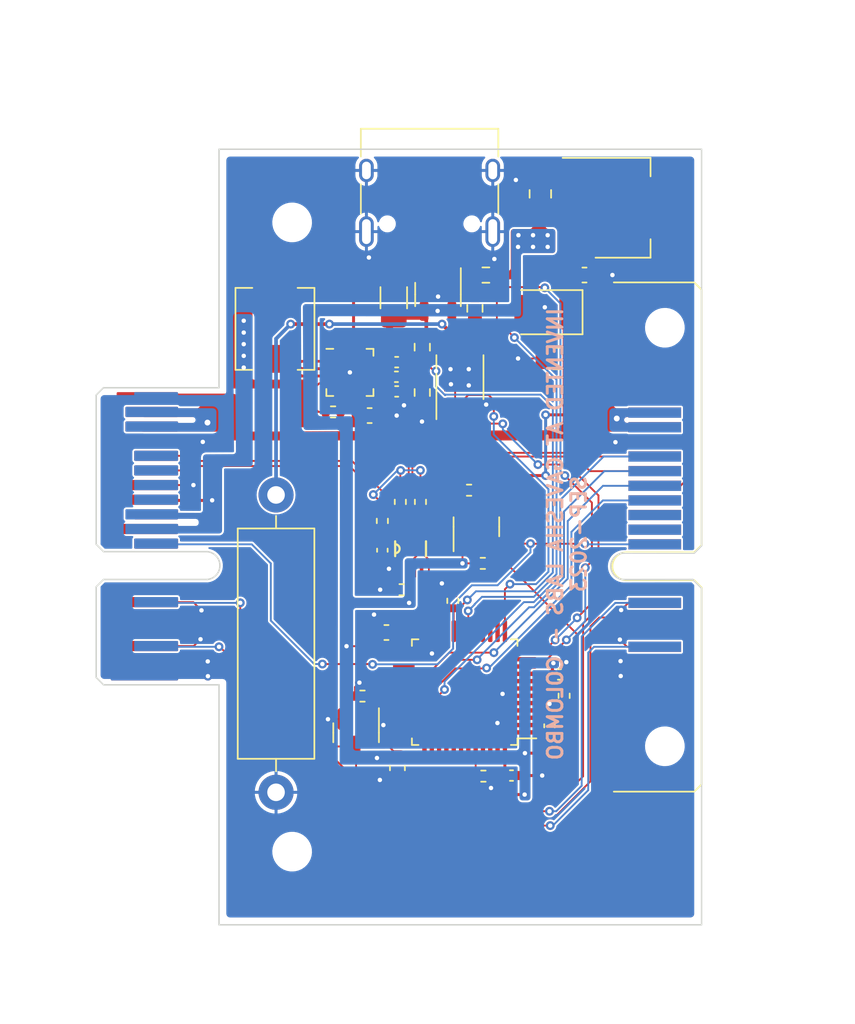
<source format=kicad_pcb>
(kicad_pcb (version 20211014) (generator pcbnew)
  (layers (0 "F.Cu" signal) (31 "B.Cu" signal) (34 "B.Paste" user) (35 "F.Paste" user) (36 "B.SilkS" user "B.Silkscreen") (37 "F.SilkS" user "F.Silkscreen") (38 "B.Mask" user) (39 "F.Mask" user) (44 "Edge.Cuts" user))
  (net 0 "")
  (net 1 "GND")
  (net 2 "+3V3")
  (net 3 "Net-(C6-Pad1)")
  (net 4 "+5V")
  (net 5 "VDC")
  (net 6 "Net-(C14-Pad1)")
  (net 7 "VBUS")
  (net 8 "/SWCLK")
  (net 9 "/STM_RX")
  (net 10 "/STM_TX")
  (net 11 "/SWDIO")
  (net 12 "/Gaveesha Bus/~{GBUS_5V_RESET}")
  (net 13 "/Gaveesha Bus/GBUS_5V_SCLK")
  (net 14 "/Gaveesha Bus/GBUS_5V_MISO")
  (net 15 "/Gaveesha Bus/GBUS_5V_SCL")
  (net 16 "/Gaveesha Bus/GBUS_5V_SDA")
  (net 20 "/Gaveesha Bus/~{GBUS_5V_INT}")
  (net 21 "/Gaveesha Bus/GBUS_5V_MOSI")
  (net 22 "/~{GBUS_INT}")
  (net 23 "/~{RESET}")
  (net 24 "/BOOT1")
  (net 25 "/BOOT0")
  (net 26 "Net-(R9-Pad1)")
  (net 27 "/PANNEL_VOLT")
  (net 28 "/PANNEL_TEMP")
  (net 29 "/Solar Pannel/PANNEL_POSITIVE")
  (net 30 "Net-(R14-Pad1)")
  (net 37 "/PANNEL_VOLT_SWITCH")
  (net 38 "/VOLT_FAULT")
  (net 43 "/PANNEL_CURRENT")
  (net 44 "/GBUS_SCL")
  (net 45 "/GBUS_SDA")
  (net 60 "Net-(C16-Pad1)")
  (net 74 "Net-(L1-Pad1)")
  (footprint "Resistor_SMD:R_0402_1005Metric" (layer "F.Cu") (at 45.8 40.85)
    (fp_text reference "R9" hide)
    (fp_text value "100k")
  )
  (footprint "Package_QFP:LQFP-48_7x7mm_P0.5mm" (layer "F.Cu") (at 54.8 60 180)
    (fp_text reference "U1" hide)
    (fp_text value "STM32F103C8Tx")
  )
  (footprint "Resistor_SMD:R_0402_1005Metric" (layer "F.Cu") (at 61.6 60.25 90)
    (fp_text reference "R1" hide)
    (fp_text value "10k")
  )
  (footprint "Capacitor_SMD:C_0603_1608Metric" (layer "F.Cu") (at 48.3 41.1)
    (fp_text reference "C15" hide)
    (fp_text value "22uF")
  )
  (footprint "Resistor_SMD:R_0402_1005Metric" (layer "F.Cu") (at 56.08 65.74)
    (fp_text reference "R3" hide)
    (fp_text value "10k")
  )
  (footprint "Capacitor_SMD:C_0805_2012Metric" (layer "F.Cu") (at 61.1 37.2 180)
    (fp_text reference "C9" hide)
    (fp_text value "10uF")
  )
  (footprint "MountingHole:MountingHole_2.2mm_M2" (layer "F.Cu") (at 43 70.9)
    (fp_text reference "H2" hide)
    (fp_text value "MountingHole")
  )
  (footprint "Capacitor_SMD:C_0402_1005Metric" (layer "F.Cu") (at 50.15 39.45)
    (fp_text reference "C14" hide)
    (fp_text value "3.3nF")
  )
  (footprint "Package_TO_SOT_SMD:SOT-23-5" (layer "F.Cu") (at 52.975 32.825 -90)
    (fp_text reference "U10" hide)
    (fp_text value "INA180A1")
  )
  (footprint "Capacitor_SMD:C_0603_1608Metric" (layer "F.Cu") (at 62.992 31.496)
    (fp_text reference "C10" hide)
    (fp_text value "0.1uF")
  )
  (footprint "Package_SO:MSOP-8-1EP_3x3mm_P0.65mm_EP1.95x2.15mm" (layer "F.Cu") (at 54.475 38.475 90)
    (fp_text reference "U9" hide)
    (fp_text value "TPS1H000AQDGNRQ1")
  )
  (footprint "Resistor_SMD:R_0402_1005Metric" (layer "F.Cu") (at 55.1 46.2 180)
    (fp_text reference "R16" hide)
    (fp_text value "10k")
  )
  (footprint "Package_DFN_QFN:VQFN-16-1EP_3x3mm_P0.5mm_EP1.68x1.68mm_ThermalVias" (layer "F.Cu") (at 46.95 38.15)
    (fp_text reference "U8" hide)
    (fp_text value "TPS62133")
  )
  (footprint "Resistor_SMD:R_0402_1005Metric" (layer "F.Cu") (at 53.99 53.76 90)
    (fp_text reference "R2" hide)
    (fp_text value "10k")
  )
  (footprint "Resistor_SMD:R_0402_1005Metric" (layer "F.Cu") (at 50.4 47 90)
    (fp_text reference "R7" hide)
    (fp_text value "10k")
  )
  (footprint "Resistor_SMD:R_0603_1608Metric" (layer "F.Cu") (at 55.5 33.775 90)
    (fp_text reference "C16" hide)
    (fp_text value "100nF")
  )
  (footprint "Capacitor_SMD:C_0402_1005Metric" (layer "F.Cu") (at 50.13 38.45 180)
    (fp_text reference "C12" hide)
    (fp_text value "10uF")
  )
  (footprint "Package_TO_SOT_SMD:SOT-23" (layer "F.Cu") (at 47.375 62.775 -90)
    (fp_text reference "Q1" hide)
    (fp_text value "2N7002E")
  )
  (footprint "Capacitor_SMD:C_0603_1608Metric" (layer "F.Cu") (at 49.45 55.925)
    (fp_text reference "C2" hide)
    (fp_text value "100nF")
  )
  (footprint "MountingHole:MountingHole_2.2mm_M2" (layer "F.Cu") (at 43 27.9)
    (fp_text reference "H1" hide)
    (fp_text value "MountingHole")
  )
  (footprint "Gavesha_Labs:GBUS_MALE" (layer "F.Cu") (at 29.6 51.35 -90)
    (fp_text reference "J2" hide)
    (fp_text value "GBUS-MALE")
  )
  (footprint "Capacitor_SMD:C_0402_1005Metric" (layer "F.Cu") (at 58 65.7 180)
    (fp_text reference "C4" hide)
    (fp_text value "10nF")
  )
  (footprint "Capacitor_SMD:C_0402_1005Metric" (layer "F.Cu") (at 60.6 62.3 -90)
    (fp_text reference "C5" hide)
    (fp_text value "1uF")
  )
  (footprint "Resistor_SMD:R_0402_1005Metric" (layer "F.Cu") (at 51.775 47 90)
    (fp_text reference "R8" hide)
    (fp_text value "10k")
  )
  (footprint "Resistor_SMD:R_0402_1005Metric" (layer "F.Cu") (at 47.81 60.27 180)
    (fp_text reference "R5" hide)
    (fp_text value "10k")
  )
  (footprint "Capacitor_SMD:C_0402_1005Metric" (layer "F.Cu") (at 61.28 58.79)
    (fp_text reference "C3" hide)
    (fp_text value "4.7uF")
  )
  (footprint "Texas_Instruments:PCA9306DCUR" (layer "F.Cu") (at 51.1 50.2 90)
    (fp_text reference "U2" hide)
    (fp_text value "PCA9306DCUR" hide)
  )
  (footprint "Resistor_THT:R_Axial_DIN0516_L15.5mm_D5.0mm_P20.32mm_Horizontal" (layer "F.Cu") (at 41.9 46.525 -90)
    (fp_text reference "R14" hide)
    (fp_text value "130R")
  )
  (footprint "Capacitor_Tantalum_SMD:CP_EIA-3528-12_Kemet-T" (layer "F.Cu") (at 60.4 34.036 180)
    (fp_text reference "C8" hide)
    (fp_text value "100uF")
  )
  (footprint "Resistor_SMD:R_0402_1005Metric" (layer "F.Cu") (at 49.17 48.3 90)
    (fp_text reference "R6" hide)
    (fp_text value "200k")
  )
  (footprint "Capacitor_SMD:C_0402_1005Metric" (layer "F.Cu") (at 49.17 50.3 -90)
    (fp_text reference "C6" hide)
    (fp_text value "100nF")
  )
  (footprint "Resistor_SMD:R_0402_1005Metric" (layer "F.Cu") (at 50.49 53)
    (fp_text reference "R4" hide)
    (fp_text value "450k")
  )
  (footprint "Resistor_SMD:R_1206_3216Metric" (layer "F.Cu") (at 49.95 33.05 -90)
    (fp_text reference "R13" hide)
    (fp_text value "50m")
  )
  (footprint "Dongguan UMAX:3126-XXXX" (layer "F.Cu") (at 71 51.4 -90)
    (fp_text reference "J3" hide)
    (fp_text value "3126-10200D")
  )
  (footprint "Resistor_SMD:R_0402_1005Metric" (layer "F.Cu") (at 56.04 51.2 180)
    (fp_text reference "R15" hide)
    (fp_text value "10k")
  )
  (footprint "Resistor_SMD:R_0603_1608Metric" (layer "F.Cu") (at 51.9 39.525 -90)
    (fp_text reference "R11" hide)
    (fp_text value "270k")
  )
  (footprint "Package_TO_SOT_SMD:SOT-23" (layer "F.Cu") (at 55.6 48.7 90)
    (fp_text reference "Q2" hide)
    (fp_text value "2N7002E")
  )
  (footprint "Capacitor_SMD:C_0805_2012Metric" (layer "F.Cu") (at 59.975 25.95 90)
    (fp_text reference "C11" hide)
    (fp_text value "0.1uF")
  )
  (footprint "Resistor_SMD:R_0603_1608Metric" (layer "F.Cu") (at 51.9 36.425 -90)
    (fp_text reference "R10" hide)
    (fp_text value "750k")
  )
  (footprint "Connector_USB:USB_C_Receptacle_HRO_TYPE-C-31-M-12" (layer "F.Cu") (at 52.4 25.4 180)
    (fp_text reference "J4" hide)
    (fp_text value "USB_C_Receptacle_USB2.0")
  )
  (footprint "Capacitor_SMD:C_0402_1005Metric" (layer "F.Cu") (at 50.15 37.45 180)
    (fp_text reference "C13" hide)
    (fp_text value "100nF")
  )
  (footprint "Resistor_SMD:R_0603_1608Metric" (layer "F.Cu") (at 56.25 31.5 180)
    (fp_text reference "R12" hide)
    (fp_text value "10k")
  )
  (footprint "Capacitor_SMD:C_0603_1608Metric" (layer "F.Cu") (at 50.2 65.2 90)
    (fp_text reference "C1" hide)
    (fp_text value "100nF")
  )
  (footprint "Package_TO_SOT_SMD:SOT-223" (layer "F.Cu") (at 65.6 26.9)
    (fp_text reference "U7" hide)
    (fp_text value "AZ1117-3.3")
  )
  (footprint "Inductor_SMD:L_Sunlord_MWSA0518_5.4x5.2mm" (layer "F.Cu") (at 41.825 35.175 90)
    (fp_text reference "L1" hide)
    (fp_text value "2.2uH")
  )
  (gr_line (start 30.1 39.2) (end 38 39.2) (layer "Edge.Cuts") (width 0.1))
  (gr_line (start 29.6 59) (end 29.6 52.8) (layer "Edge.Cuts") (width 0.1))
  (gr_arc (start 65.7 52.305538) (mid 64.794462 51.4) (end 65.7 50.494462) (layer "Edge.Cuts") (width 0.1))
  (gr_line (start 38 75.9) (end 38 59.5) (layer "Edge.Cuts") (width 0.1))
  (gr_line (start 38 22.9) (end 71 22.9) (layer "Edge.Cuts") (width 0.1))
  (gr_line (start 37.2 50.4) (end 30.1 50.4) (layer "Edge.Cuts") (width 0.1))
  (gr_line (start 29.6 49.9) (end 29.6 39.7) (layer "Edge.Cuts") (width 0.1))
  (gr_line (start 38 39.2) (end 38 22.9) (layer "Edge.Cuts") (width 0.1))
  (gr_line (start 70.4 52.3) (end 65.7 52.305538) (layer "Edge.Cuts") (width 0.1))
  (gr_line (start 70.5 52.4) (end 70.4 52.3) (layer "Edge.Cuts") (width 0.1))
  (gr_line (start 71 52.9) (end 71 75.9) (layer "Edge.Cuts") (width 0.1))
  (gr_line (start 30.1 52.3) (end 37.2 52.3) (layer "Edge.Cuts") (width 0.1))
  (gr_line (start 38 59.5) (end 30.1 59.5) (layer "Edge.Cuts") (width 0.1))
  (gr_line (start 71 75.9) (end 38 75.9) (layer "Edge.Cuts") (width 0.1))
  (gr_line (start 65.7 50.494462) (end 70.5 50.5) (layer "Edge.Cuts") (width 0.1))
  (gr_line (start 71 50) (end 71 22.9) (layer "Edge.Cuts") (width 0.1))
  (gr_line (start 70.5 50.5) (end 71 50) (layer "Edge.Cuts") (width 0.1))
  (gr_line (start 29.6 39.7) (end 30.1 39.2) (layer "Edge.Cuts") (width 0.1))
  (gr_arc (start 37.2 50.4) (mid 38.058893 51.35) (end 37.2 52.3) (layer "Edge.Cuts") (width 0.1))
  (gr_line (start 30.1 59.5) (end 29.6 59) (layer "Edge.Cuts") (width 0.1))
  (gr_line (start 29.6 52.8) (end 30.1 52.3) (layer "Edge.Cuts") (width 0.1))
  (gr_line (start 30.1 50.4) (end 29.6 49.9) (layer "Edge.Cuts") (width 0.1))
  (gr_line (start 71 52.9) (end 70.5 52.4) (layer "Edge.Cuts") (width 0.1))
  (gr_text "INVENTED AT GAVESHA LABS - COLOMBO\nSEP-2023" (at 61.8 49.2 90) (layer "B.SilkS") (effects (font (size 1 1) (thickness 0.2)) (justify mirror)))
  (segment (start 65.5 54.39) (end 65.99 53.9) (width 0.127) (layer "F.Cu") (net 1))
  (segment (start 33.9 57.85) (end 33.95 57.9) (width 0.127) (layer "F.Cu") (net 1))
  (segment (start 67.8 42.9) (end 65.13 42.9) (width 0.127) (layer "F.Cu") (net 1))
  (segment (start 51.9 40.35) (end 51.9 41.49) (width 0.127) (layer "F.Cu") (net 1))
  (segment (start 55.65 29.445) (end 55.65 30.36) (width 0.127) (layer "F.Cu") (net 1))
  (segment (start 55.5 32.95) (end 53 32.95) (width 0.127) (layer "F.Cu") (net 1))
  (segment (start 50.63 40.38) (end 50.65 40.4) (width 0.127) (layer "F.Cu") (net 1))
  (segment (start 51.9 41.49) (end 51.88 41.51) (width 0.127) (layer "F.Cu") (net 1))
  (segment (start 62.45 24.6) (end 61.34 24.6) (width 0.2032) (layer "F.Cu") (net 1))
  (segment (start 65.9025 56.9) (end 67.8 56.9) (width 0.127) (layer "F.Cu") (net 1))
  (segment (start 47.3 59.65) (end 47.3 60.27) (width 0.127) (layer "F.Cu") (net 1))
  (segment (start 49.98 52.6) (end 50.349999 52.230001) (width 0.127) (layer "F.Cu") (net 1))
  (segment (start 70.1 43.3) (end 69.61 42.81) (width 0.127) (layer "F.Cu") (net 1))
  (segment (start 57.05 64.1625) (end 57.05 62.12) (width 0.127) (layer "F.Cu") (net 1))
  (segment (start 45.4625 61.8375) (end 45.45 61.85) (width 0.127) (layer "F.Cu") (net 1))
  (segment (start 54.8 37.65) (end 55.08 37.93) (width 0.127) (layer "F.Cu") (net 1))
  (segment (start 61.34 24.6) (end 60.94 25) (width 0.2032) (layer "F.Cu") (net 1))
  (segment (start 67.8 57.9) (end 65.48 57.9) (width 0.2032) (layer "F.Cu") (net 1))
  (segment (start 54.15 39.25) (end 53.86 38.96) (width 0.127) (layer "F.Cu") (net 1))
  (segment (start 65.4125 56.41) (end 65.9025 56.9) (width 0.127) (layer "F.Cu") (net 1))
  (segment (start 49.6216 51.5716) (end 50.349999 51.5716) (width 0.127) (layer "F.Cu") (net 1))
  (segment (start 50.2 65.975) (end 49.025 65.975) (width 0.127) (layer "F.Cu") (net 1))
  (segment (start 47.6 59.35) (end 47.3 59.65) (width 0.127) (layer "F.Cu") (net 1))
  (segment (start 65.48 57.9) (end 65.46 57.88) (width 0.2032) (layer "F.Cu") (net 1))
  (segment (start 54.8 36.325) (end 54.8 37.65) (width 0.127) (layer "F.Cu") (net 1))
  (segment (start 59.1985 33.7) (end 60.28 33.7) (width 0.127) (layer "F.Cu") (net 1))
  (segment (start 60.6 61.82) (end 60.6 60.8) (width 0.2032) (layer "F.Cu") (net 1))
  (segment (start 56.27 40.35) (end 55.995 40.625) (width 0.127) (layer "F.Cu") (net 1))
  (segment (start 61.75 57.95) (end 61.76 57.96) (width 0.127) (layer "F.Cu") (net 1))
  (segment (start 67.8 45.9) (end 69.56 45.9) (width 0.127) (layer "F.Cu") (net 1))
  (segment (start 65.4125 56.41) (end 65.9225 55.9) (width 0.127) (layer "F.Cu") (net 1))
  (segment (start 58.8625 34.036) (end 59.1985 33.7) (width 0.127) (layer "F.Cu") (net 1))
  (segment (start 60.94 25) (end 59.975 25) (width 0.2032) (layer "F.Cu") (net 1))
  (segment (start 55.65 30.36) (end 55.69 30.4) (width 0.127) (layer "F.Cu") (net 1))
  (segment (start 48.675 54.775) (end 48.6 54.7) (width 0.2032) (layer "F.Cu") (net 1))
  (segment (start 36.735 56.385) (end 36.2 55.85) (width 0.2032) (layer "F.Cu") (net 1))
  (segment (start 55.69 30.4) (end 56.83 30.4) (width 0.127) (layer "F.Cu") (net 1))
  (segment (start 48.25 30.3) (end 49.105 29.445) (width 0.127) (layer "F.Cu") (net 1))
  (segment (start 69.56 45.9) (end 70.1 45.36) (width 0.127) (layer "F.Cu") (net 1))
  (segment (start 52.55 55.8375) (end 52.55 57.35) (width 0.127) (layer "F.Cu") (net 1))
  (segment (start 61.76 57.96) (end 61.76 58.79) (width 0.127) (layer "F.Cu") (net 1))
  (segment (start 36.27 56.85) (end 32.9 56.85) (width 0.127) (layer "F.Cu") (net 1))
  (segment (start 48.675 55.925) (end 48.675 54.775) (width 0.2032) (layer "F.Cu") (net 1))
  (segment (start 65.99 53.9) (end 67.8 53.9) (width 0.127) (layer "F.Cu") (net 1))
  (segment (start 36.735 56.385) (end 36.27 56.85) (width 0.127) (layer "F.Cu") (net 1))
  (segment (start 32.9 58.85) (end 32.95 58.9) (width 0.127) (layer "F.Cu") (net 1))
  (segment (start 50.349999 52.230001) (end 50.349999 51.5716) (width 0.127) (layer "F.Cu") (net 1))
  (segment (start 70.1 45.36) (end 70.1 43.3) (width 0.127) (layer "F.Cu") (net 1))
  (segment (start 58.26 59.25) (end 57.39 60.12) (width 0.127) (layer "F.Cu") (net 1))
  (segment (start 49.105 29.445) (end 49.15 29.445) (width 0.127) (layer "F.Cu") (net 1))
  (segment (start 58.45 37.2) (end 60.15 37.2) (width 0.127) (layer "F.Cu") (net 1))
  (segment (start 50.6375 62.25) (end 49.24 62.25) (width 0.127) (layer "F.Cu") (net 1))
  (segment (start 49.6216 51.5716) (end 49.17 51.12) (width 0.127) (layer "F.Cu") (net 1))
  (segment (start 56.59 66.54) (end 56.59 65.74) (width 0.127) (layer "F.Cu") (net 1))
  (segment (start 53.99 53.25) (end 53.92 53.25) (width 0.127) (layer "F.Cu") (net 1))
  (segment (start 49.98 53) (end 49.02 53) (width 0.127) (layer "F.Cu") (net 1))
  (segment (start 49.17 51.12) (end 49.17 50.78) (width 0.127) (layer "F.Cu") (net 1))
  (segment (start 50.63 37.45) (end 50.63 39.45) (width 0.127) (layer "F.Cu") (net 1))
  (segment (start 32.9 53.85) (end 36.24 53.85) (width 0.127) (layer "F.Cu") (net 1))
  (segment (start 53 32.95) (end 52.98 32.97) (width 0.127) (layer "F.Cu") (net 1))
  (segment (start 59.975 25) (end 58.3 25) (width 0.2032) (layer "F.Cu") (net 1))
  (segment (start 65.13 42.9) (end 65.11 42.92) (width 0.127) (layer "F.Cu") (net 1))
  (segment (start 65.9225 55.9) (end 67.8 55.9) (width 0.127) (layer "F.Cu") (net 1))
  (segment (start 36.24 53.85) (end 36.8 54.41) (width 0.127) (layer "F.Cu") (net 1))
  (segment (start 67.8 58.9) (end 65.47 58.9) (width 0.2032) (layer "F.Cu") (net 1))
  (segment (start 56.6 66.55) (end 56.59 66.54) (width 0.127) (layer "F.Cu") (net 1))
  (segment (start 52.975 32.965) (end 52.98 32.97) (width 0.127) (layer "F.Cu") (net 1))
  (segment (start 37.23 58.9) (end 37.24 58.91) (width 0.127) (layer "F.Cu") (net 1))
  (segment (start 50.63 39.45) (end 50.63 40.38) (width 0.127) (layer "F.Cu") (net 1))
  (segment (start 32.95 42.9) (end 36.89 42.9) (width 0.127) (layer "F.Cu") (net 1))
  (segment (start 46.425 61.8375) (end 45.4625 61.8375) (width 0.127) (layer "F.Cu") (net 1))
  (segment (start 33.95 57.9) (end 37.23 57.9) (width 0.127) (layer "F.Cu") (net 1))
  (segment (start 63.767 31.496) (end 64.904 31.496) (width 0.2032) (layer "F.Cu") (net 1))
  (segment (start 58.9625 59.25) (end 58.26 59.25) (width 0.127) (layer "F.Cu") (net 1))
  (segment (start 54.15 40.625) (end 54.15 39.25) (width 0.127) (layer "F.Cu") (net 1))
  (segment (start 52.55 57.35) (end 52.56 57.36) (width 0.127) (layer "F.Cu") (net 1))
  (segment (start 36.2 55.85) (end 33.7 55.85) (width 0.2032) (layer "F.Cu") (net 1))
  (segment (start 49.025 65.975) (end 49 66) (width 0.127) (layer "F.Cu") (net 1))
  (segment (start 52.975 31.6875) (end 52.975 32.965) (width 0.127) (layer "F.Cu") (net 1))
  (segment (start 53.92 53.25) (end 53.24 52.57) (width 0.127) (layer "F.Cu") (net 1))
  (segment (start 32.9 45.85) (end 36.25 45.85) (width 0.127) (layer "F.Cu") (net 1))
  (segment (start 55.995 40.625) (end 55.45 40.625) (width 0.127) (layer "F.Cu") (net 1))
  (segment (start 32.95 58.9) (end 37.23 58.9) (width 0.127) (layer "F.Cu") (net 1))
  (segment (start 57.05 62.12) (end 57.04 62.11) (width 0.127) (layer "F.Cu") (net 1))
  (segment (start 49.98 53) (end 49.98 52.6) (width 0.127) (layer "F.Cu") (net 1))
  (segment (start 58.48 65.7) (end 60.1 65.7) (width 0.2032) (layer "F.Cu") (net 1))
  (segment (start 49.075 41.1) (end 50.15 41.1) (width 0.127) (layer "F.Cu") (net 1))
  (via (at 53.83 37.93) (size 0.6) (drill 0.3) (layers "F.Cu" "B.Cu") (net 1))
  (via (at 49.24 62.25) (size 0.6) (drill 0.3) (layers "F.Cu" "B.Cu") (net 1))
  (via (at 55.08 37.93) (size 0.6) (drill 0.3) (layers "F.Cu" "B.Cu") (net 1))
  (via (at 57.39 60.12) (size 0.6) (drill 0.3) (layers "F.Cu" "B.Cu") (net 1))
  (via (at 48.25 30.3) (size 0.6) (drill 0.3) (layers "F.Cu" "B.Cu") (net 1))
  (via (at 60.28 33.7) (size 0.6) (drill 0.3) (layers "F.Cu" "B.Cu") (net 1))
  (via (at 51.88 41.51) (size 0.6) (drill 0.3) (layers "F.Cu" "B.Cu") (net 1))
  (via (at 37.23 57.9) (size 0.6) (drill 0.3) (layers "F.Cu" "B.Cu") (net 1))
  (via (at 49.02 53) (size 0.6) (drill 0.3) (layers "F.Cu" "B.Cu") (net 1))
  (via (at 57.04 62.11) (size 0.6) (drill 0.3) (layers "F.Cu" "B.Cu") (net 1))
  (via (at 65.46 57.88) (size 0.6) (drill 0.3) (layers "F.Cu" "B.Cu") (net 1))
  (via (at 60.6 60.8) (size 0.6) (drill 0.3) (layers "F.Cu" "B.Cu") (net 1))
  (via (at 61.75 57.95) (size 0.6) (drill 0.3) (layers "F.Cu" "B.Cu") (net 1))
  (via (at 47.6 59.35) (size 0.6) (drill 0.3) (layers "F.Cu" "B.Cu") (net 1))
  (via (at 58.45 37.2) (size 0.6) (drill 0.3) (layers "F.Cu" "B.Cu") (net 1))
  (via (at 64.904 31.496) (size 0.6) (drill 0.3) (layers "F.Cu" "B.Cu") (net 1))
  (via (at 65.5 54.39) (size 0.6) (drill 0.3) (layers "F.Cu" "B.Cu") (net 1))
  (via (at 52.98 32.97) (size 0.6) (drill 0.3) (layers "F.Cu" "B.Cu") (net 1))
  (via (at 65.47 58.9) (size 0.6) (drill 0.3) (layers "F.Cu" "B.Cu") (net 1))
  (via (at 56.27 40.35) (size 0.6) (drill 0.3) (layers "F.Cu" "B.Cu") (net 1))
  (via (at 36.8 54.41) (size 0.6) (drill 0.3) (layers "F.Cu" "B.Cu") (net 1))
  (via (at 48.6 54.7) (size 0.6) (drill 0.3) (layers "F.Cu" "B.Cu") (net 1))
  (via (at 53.86 38.96) (size 0.6) (drill 0.3) (layers "F.Cu" "B.Cu") (net 1))
  (via (at 65.11 42.92) (size 0.6) (drill 0.3) (layers "F.Cu" "B.Cu") (net 1))
  (via (at 56.6 66.55) (size 0.6) (drill 0.3) (layers "F.Cu" "B.Cu") (net 1))
  (via (at 55.08 39.04) (size 0.6) (drill 0.3) (layers "F.Cu" "B.Cu") (net 1))
  (via (at 52.56 57.36) (size 0.6) (drill 0.3) (layers "F.Cu" "B.Cu") (net 1))
  (via (at 36.89 42.9) (size 0.6) (drill 0.3) (layers "F.Cu" "B.Cu") (net 1))
  (via (at 53.24 52.57) (size 0.6) (drill 0.3) (layers "F.Cu" "B.Cu") (net 1))
  (via (at 50.65 40.4) (size 0.6) (drill 0.3) (layers "F.Cu" "B.Cu") (net 1))
  (via (at 60.1 65.7) (size 0.6) (drill 0.3) (layers "F.Cu" "B.Cu") (net 1))
  (via (at 50.15 41.1) (size 0.6) (drill 0.3) (layers "F.Cu" "B.Cu") (net 1))
  (via (at 37.24 58.91) (size 0.6) (drill 0.3) (layers "F.Cu" "B.Cu") (net 1))
  (via (at 49.6216 51.5716) (size 0.6) (drill 0.3) (layers "F.Cu" "B.Cu") (net 1))
  (via (at 45.45 61.85) (size 0.6) (drill 0.3) (layers "F.Cu" "B.Cu") (net 1))
  (via (at 58.3 25) (size 0.6) (drill 0.3) (layers "F.Cu" "B.Cu") (net 1))
  (via (at 36.25 45.85) (size 0.6) (drill 0.3) (layers "F.Cu" "B.Cu") (net 1))
  (via (at 49 66) (size 0.6) (drill 0.3) (layers "F.Cu" "B.Cu") (net 1))
  (via (at 36.735 56.385) (size 0.6) (drill 0.3) (layers "F.Cu" "B.Cu") (net 1))
  (via (at 56.83 30.4) (size 0.6) (drill 0.3) (layers "F.Cu" "B.Cu") (net 1))
  (via (at 65.4125 56.41) (size 0.6) (drill 0.3) (layers "F.Cu" "B.Cu") (net 1))
  (segment (start 50.2 64.425) (end 50.2 64.3) (width 0.127) (layer "F.Cu") (net 2))
  (segment (start 50.85 51.5716) (end 50.85 52.42) (width 0.127) (layer "F.Cu") (net 2))
  (segment (start 51.9625 55.925) (end 52.05 55.8375) (width 0.127) (layer "F.Cu") (net 2))
  (segment (start 49.2 62.9) (end 49.35 62.75) (width 0.127) (layer "F.Cu") (net 2))
  (segment (start 49.2 63.3) (end 49.2 62.9) (width 0.127) (layer "F.Cu") (net 2))
  (segment (start 49.35 62.75) (end 50.6375 62.75) (width 0.127) (layer "F.Cu") (net 2))
  (segment (start 58.1 67) (end 57.52 66.42) (width 0.2032) (layer "F.Cu") (net 2))
  (segment (start 58.9 67) (end 58.1 67) (width 0.2032) (layer "F.Cu") (net 2))
  (segment (start 54.65 51.2) (end 54.65 49.6375) (width 0.127) (layer "F.Cu") (net 2))
  (segment (start 50.85 52.42) (end 51 52.57) (width 0.127) (layer "F.Cu") (net 2))
  (segment (start 57.52 66.42) (end 57.52 65.7) (width 0.2032) (layer "F.Cu") (net 2))
  (segment (start 58.9625 62.75) (end 60.57 62.75) (width 0.2032) (layer "F.Cu") (net 2))
  (segment (start 61.6 64.17) (end 61.6 60.76) (width 0.2032) (layer "F.Cu") (net 2))
  (segment (start 57.52 65.7) (end 57.55 65.67) (width 0.2032) (layer "F.Cu") (net 2))
  (segment (start 52.95 33.95) (end 52.9625 33.9625) (width 0.127) (layer "F.Cu") (net 2))
  (segment (start 60.864196 58.015754) (end 60.8 58.07995) (width 0.2032) (layer "F.Cu") (net 2))
  (segment (start 48.8 64.5) (end 50.125 64.5) (width 0.127) (layer "F.Cu") (net 2))
  (segment (start 60.8 58.07995) (end 60.8 58.79) (width 0.2032) (layer "F.Cu") (net 2))
  (segment (start 51 53.9) (end 51 53) (width 0.127) (layer "F.Cu") (net 2))
  (segment (start 50.2 64.3) (end 49.2 63.3) (width 0.127) (layer "F.Cu") (net 2))
  (segment (start 50.125 64.5) (end 50.2 64.425) (width 0.127) (layer "F.Cu") (net 2))
  (segment (start 58.9625 58.75) (end 60.76 58.75) (width 0.127) (layer "F.Cu") (net 2))
  (segment (start 60.57 62.75) (end 60.6 62.78) (width 0.2032) (layer "F.Cu") (net 2))
  (segment (start 55.53 51.2) (end 54.65 51.2) (width 0.127) (layer "F.Cu") (net 2))
  (segment (start 60.76 58.75) (end 60.8 58.79) (width 0.127) (layer "F.Cu") (net 2))
  (segment (start 58.92 64.17) (end 61.6 64.17) (width 0.2032) (layer "F.Cu") (net 2))
  (segment (start 50.225 55.925) (end 51.9625 55.925) (width 0.127) (layer "F.Cu") (net 2))
  (segment (start 60.6 64.1) (end 60.6 62.78) (width 0.2032) (layer "F.Cu") (net 2))
  (segment (start 57.55 65.67) (end 57.55 64.1625) (width 0.2032) (layer "F.Cu") (net 2))
  (segment (start 50.225 55.925) (end 49.29 56.86) (width 0.127) (layer "F.Cu") (net 2))
  (segment (start 49.29 56.86) (end 46.72 56.86) (width 0.127) (layer "F.Cu") (net 2))
  (segment (start 52.9625 33.9625) (end 53.925 33.9625) (width 0.127) (layer "F.Cu") (net 2))
  (segment (start 51 52.57) (end 51 53) (width 0.127) (layer "F.Cu") (net 2))
  (via (at 58.475 28.775) (size 0.6) (drill 0.3) (layers "F.Cu" "B.Cu") (net 2))
  (via (at 58.92 64.17) (size 0.6) (drill 0.3) (layers "F.Cu" "B.Cu") (net 2))
  (via (at 60.475 29.575) (size 0.6) (drill 0.3) (layers "F.Cu" "B.Cu") (net 2))
  (via (at 58.9 67) (size 0.6) (drill 0.3) (layers "F.Cu" "B.Cu") (net 2))
  (via (at 51 53.9) (size 0.6) (drill 0.3) (layers "F.Cu" "B.Cu") (net 2))
  (via (at 59.475 28.775) (size 0.6) (drill 0.3) (layers "F.Cu" "B.Cu") (net 2))
  (via (at 52.95 33.95) (size 0.6) (drill 0.3) (layers "F.Cu" "B.Cu") (net 2))
  (via (at 58.45 29.575) (size 0.6) (drill 0.3) (layers "F.Cu" "B.Cu") (net 2))
  (via (at 54.65 51.2) (size 0.6) (drill 0.3) (layers "F.Cu" "B.Cu") (net 2))
  (via (at 60.864196 58.015754) (size 0.6) (drill 0.3) (layers "F.Cu" "B.Cu") (net 2))
  (via (at 46.72 56.86) (size 0.6) (drill 0.3) (layers "F.Cu" "B.Cu") (net 2))
  (via (at 60.475 28.775) (size 0.6) (drill 0.3) (layers "F.Cu" "B.Cu") (net 2))
  (via (at 48.8 64.5) (size 0.6) (drill 0.3) (layers "F.Cu" "B.Cu") (net 2))
  (via (at 59.475 29.575) (size 0.6) (drill 0.3) (layers "F.Cu" "B.Cu") (net 2))
  (segment (start 50.75 49.64) (end 50.85 49.54) (width 0.127) (layer "F.Cu") (net 3))
  (segment (start 49.17 48.81) (end 50.331599 48.81) (width 0.127) (layer "F.Cu") (net 3))
  (segment (start 50.349999 48.8284) (end 50.349999 49.509999) (width 0.127) (layer "F.Cu") (net 3))
  (segment (start 50.349999 49.509999) (end 50.48 49.64) (width 0.127) (layer "F.Cu") (net 3))
  (segment (start 49.17 49.82) (end 49.17 48.81) (width 0.127) (layer "F.Cu") (net 3))
  (segment (start 50.331599 48.81) (end 50.349999 48.8284) (width 0.127) (layer "F.Cu") (net 3))
  (segment (start 50.85 49.54) (end 50.85 48.8284) (width 0.127) (layer "F.Cu") (net 3))
  (segment (start 50.48 49.64) (end 50.75 49.64) (width 0.127) (layer "F.Cu") (net 3))
  (segment (start 51.775 46.49) (end 51.775 44.845) (width 0.127) (layer "F.Cu") (net 4))
  (segment (start 50.42 44.85) (end 50.4 44.87) (width 0.127) (layer "F.Cu") (net 4))
  (segment (start 54.59 45.24) (end 54.59 46.2) (width 0.127) (layer "F.Cu") (net 4))
  (segment (start 51.775 44.845) (end 51.77 44.84) (width 0.127) (layer "F.Cu") (net 4))
  (segment (start 54.55 45.2) (end 53.065 45.2) (width 0.127) (layer "F.Cu") (net 4))
  (segment (start 48.55 46.5) (end 49.17 47.12) (width 0.127) (layer "F.Cu") (net 4))
  (segment (start 53.065 45.2) (end 51.775 46.49) (width 0.127) (layer "F.Cu") (net 4))
  (segment (start 60.336 41.05) (end 61.85 41.05) (width 0.2032) (layer "F.Cu") (net 4))
  (segment (start 60.336 45.2) (end 54.55 45.2) (width 0.2032) (layer "F.Cu") (net 4))
  (segment (start 49.17 47.12) (end 49.17 47.79) (width 0.127) (layer "F.Cu") (net 4))
  (segment (start 50.4 44.87) (end 50.4 46.49) (width 0.127) (layer "F.Cu") (net 4))
  (segment (start 54.55 45.2) (end 54.59 45.24) (width 0.127) (layer "F.Cu") (net 4))
  (via (at 51.77 44.84) (size 0.6) (drill 0.3) (layers "F.Cu" "B.Cu") (net 4))
  (via (at 60.336 41.05) (size 0.6) (drill 0.3) (layers "F.Cu" "B.Cu") (net 4))
  (via (at 48.55 46.5) (size 0.6) (drill 0.3) (layers "F.Cu" "B.Cu") (net 4))
  (via (at 65.2 41.3) (size 0.8) (drill 0.4) (layers "F.Cu" "B.Cu") (net 4))
  (via (at 50.42 44.85) (size 0.6) (drill 0.3) (layers "F.Cu" "B.Cu") (net 4))
  (via (at 37.21 41.58) (size 0.8) (drill 0.4) (layers "F.Cu" "B.Cu") (net 4))
  (via (at 60.336 45.2) (size 0.6) (drill 0.3) (layers "F.Cu" "B.Cu") (net 4))
  (segment (start 50.43 44.84) (end 50.42 44.85) (width 0.127) (layer "B.Cu") (net 4))
  (segment (start 60.336 41.05) (end 60.336 45.2) (width 0.2032) (layer "B.Cu") (net 4))
  (segment (start 48.55 46.5) (end 50.2 44.85) (width 0.127) (layer "B.Cu") (net 4))
  (segment (start 51.77 44.84) (end 50.43 44.84) (width 0.127) (layer "B.Cu") (net 4))
  (segment (start 50.2 44.85) (end 50.42 44.85) (width 0.127) (layer "B.Cu") (net 4))
  (segment (start 48.4125 38.9) (end 49 38.9) (width 0.127) (layer "F.Cu") (net 6))
  (segment (start 49 38.9) (end 49.55 39.45) (width 0.127) (layer "F.Cu") (net 6))
  (segment (start 49.55 39.45) (end 49.67 39.45) (width 0.127) (layer "F.Cu") (net 6))
  (segment (start 33.45 46.9) (end 37.52 46.9) (width 0.2032) (layer "F.Cu") (net 7))
  (segment (start 33.4 46.85) (end 33.45 46.9) (width 0.2032) (layer "F.Cu") (net 7))
  (segment (start 37.52 46.9) (end 37.53 46.89) (width 0.2032) (layer "F.Cu") (net 7))
  (via (at 39.69 34.62) (size 0.6) (drill 0.3) (layers "F.Cu" "B.Cu") (net 7))
  (via (at 39.69 37.82) (size 0.6) (drill 0.3) (layers "F.Cu" "B.Cu") (net 7))
  (via (at 39.69 37.02) (size 0.6) (drill 0.3) (layers "F.Cu" "B.Cu") (net 7))
  (via (at 39.69 36.22) (size 0.6) (drill 0.3) (layers "F.Cu" "B.Cu") (net 7))
  (via (at 37.53 46.89) (size 0.6) (drill 0.3) (layers "F.Cu" "B.Cu") (net 7))
  (via (at 39.69 35.43) (size 0.6) (drill 0.3) (layers "F.Cu" "B.Cu") (net 7))
  (segment (start 52.054 61.188966) (end 52.054 61.60521) (width 0.127) (layer "F.Cu") (net 8))
  (segment (start 52.054 61.60521) (end 52.05 61.60921) (width 0.127) (layer "F.Cu") (net 8))
  (segment (start 53.421483 59.821483) (end 52.054 61.188966) (width 0.127) (layer "F.Cu") (net 8))
  (segment (start 52.05 61.60921) (end 52.05 64.1625) (width 0.127) (layer "F.Cu") (net 8))
  (via (at 53.421483 59.821483) (size 0.6) (drill 0.3) (layers "F.Cu" "B.Cu") (net 8))
  (segment (start 53.421483 59.278517) (end 58.85 53.85) (width 0.127) (layer "B.Cu") (net 8))
  (segment (start 61.338 46.862) (end 64.3 43.9) (width 0.127) (layer "B.Cu") (net 8))
  (segment (start 64.3 43.9) (end 67.8 43.9) (width 0.127) (layer "B.Cu") (net 8))
  (segment (start 59.52842 53.85) (end 61.338 52.04042) (width 0.127) (layer "B.Cu") (net 8))
  (segment (start 58.85 53.85) (end 59.52842 53.85) (width 0.127) (layer "B.Cu") (net 8))
  (segment (start 53.421483 59.821483) (end 53.421483 59.278517) (width 0.127) (layer "B.Cu") (net 8))
  (segment (start 61.338 52.04042) (end 61.338 46.862) (width 0.127) (layer "B.Cu") (net 8))
  (segment (start 53.91 57.79) (end 51.95 59.75) (width 0.127) (layer "F.Cu") (net 9))
  (segment (start 51.95 59.75) (end 50.6375 59.75) (width 0.127) (layer "F.Cu") (net 9))
  (segment (start 55.65 57.79) (end 53.91 57.79) (width 0.127) (layer "F.Cu") (net 9))
  (via (at 55.65 57.79) (size 0.6) (drill 0.3) (layers "F.Cu" "B.Cu") (net 9))
  (segment (start 59.203168 54.2) (end 59.53763 54.2) (width 0.127) (layer "B.Cu") (net 9))
  (segment (start 55.65 57.79) (end 55.65 57.753168) (width 0.127) (layer "B.Cu") (net 9))
  (segment (start 61.592 47.658) (end 64.35 44.9) (width 0.127) (layer "B.Cu") (net 9))
  (segment (start 55.65 57.753168) (end 59.203168 54.2) (width 0.127) (layer "B.Cu") (net 9))
  (segment (start 64.35 44.9) (end 67.8 44.9) (width 0.127) (layer "B.Cu") (net 9))
  (segment (start 61.592 52.14563) (end 61.592 47.658) (width 0.127) (layer "B.Cu") (net 9))
  (segment (start 59.53763 54.2) (end 61.592 52.14563) (width 0.127) (layer "B.Cu") (net 9))
  (segment (start 56.79684 57.3) (end 53.75 57.3) (width 0.127) (layer "F.Cu") (net 10))
  (segment (start 51.8 59.25) (end 50.6375 59.25) (width 0.127) (layer "F.Cu") (net 10))
  (segment (start 53.75 57.3) (end 51.8 59.25) (width 0.127) (layer "F.Cu") (net 10))
  (via (at 56.79684 57.3) (size 0.6) (drill 0.3) (layers "F.Cu" "B.Cu") (net 10))
  (segment (start 56.79684 57.3) (end 61.846 52.25084) (width 0.127) (layer "B.Cu") (net 10))
  (segment (start 61.846 48.31321) (end 64.25921 45.9) (width 0.127) (layer "B.Cu") (net 10))
  (segment (start 61.846 52.25084) (end 61.846 48.31321) (width 0.127) (layer "B.Cu") (net 10))
  (segment (start 64.25921 45.9) (end 67.8 45.9) (width 0.127) (layer "B.Cu") (net 10))
  (segment (start 56.269537 58.380463) (end 54.169537 58.380463) (width 0.127) (layer "F.Cu") (net 11))
  (segment (start 51.8 60.75) (end 51.8 61.5) (width 0.127) (layer "F.Cu") (net 11))
  (segment (start 54.169537 58.380463) (end 51.8 60.75) (width 0.127) (layer "F.Cu") (net 11))
  (segment (start 51.8 61.5) (end 51.55 61.75) (width 0.127) (layer "F.Cu") (net 11))
  (segment (start 56.3 58.35) (end 56.269537 58.380463) (width 0.127) (layer "F.Cu") (net 11))
  (segment (start 51.55 61.75) (end 50.6375 61.75) (width 0.127) (layer "F.Cu") (net 11))
  (via (at 56.3 58.35) (size 0.6) (drill 0.3) (layers "F.Cu" "B.Cu") (net 11))
  (segment (start 62.1005 49.0495) (end 64.25 46.9) (width 0.127) (layer "B.Cu") (net 11))
  (segment (start 64.25 46.9) (end 67.8 46.9) (width 0.127) (layer "B.Cu") (net 11))
  (segment (start 56.45 58.35) (end 62.1005 52.6995) (width 0.127) (layer "B.Cu") (net 11))
  (segment (start 56.3 58.35) (end 56.45 58.35) (width 0.127) (layer "B.Cu") (net 11))
  (segment (start 62.1005 52.6995) (end 62.1005 49.0495) (width 0.127) (layer "B.Cu") (net 11))
  (segment (start 58.05 49.25) (end 58.05 46.75) (width 0.127) (layer "F.Cu") (net 12))
  (segment (start 59.3 49.85) (end 58.65 49.85) (width 0.127) (layer "F.Cu") (net 12))
  (segment (start 48.48 58.08) (end 48.5 58.1) (width 0.127) (layer "F.Cu") (net 12))
  (segment (start 55.61 47.7525) (end 55.6 47.7625) (width 0.127) (layer "F.Cu") (net 12))
  (segment (start 45.07 58.08) (end 48.48 58.08) (width 0.127) (layer "F.Cu") (net 12))
  (segment (start 58.05 46.75) (end 57.5 46.2) (width 0.127) (layer "F.Cu") (net 12))
  (segment (start 55.61 46.2) (end 55.61 47.7525) (width 0.127) (layer "F.Cu") (net 12))
  (segment (start 57.5 46.2) (end 55.61 46.2) (width 0.127) (layer "F.Cu") (net 12))
  (segment (start 59.31 49.86) (end 59.3 49.85) (width 0.127) (layer "F.Cu") (net 12))
  (segment (start 58.65 49.85) (end 58.05 49.25) (width 0.127) (layer "F.Cu") (net 12))
  (segment (start 63.01 49.86) (end 59.31 49.86) (width 0.127) (layer "F.Cu") (net 12))
  (via (at 63.01 49.86) (size 0.6) (drill 0.3) (layers "F.Cu" "B.Cu") (net 12))
  (via (at 59.3 49.85) (size 0.6) (drill 0.3) (layers "F.Cu" "B.Cu") (net 12))
  (via (at 45.07 58.08) (size 0.6) (drill 0.3) (layers "F.Cu" "B.Cu") (net 12))
  (via (at 48.5 58.1) (size 0.6) (drill 0.3) (layers "F.Cu" "B.Cu") (net 12))
  (segment (start 33.75 49.9) (end 33.7 49.85) (width 0.127) (layer "B.Cu") (net 12))
  (segment (start 57.05 52.7) (end 59.3 50.45) (width 0.127) (layer "B.Cu") (net 12))
  (segment (start 54.01 53.976328) (end 55.286328 52.7) (width 0.127) (layer "B.Cu") (net 12))
  (segment (start 54.01 57.03) (end 54.01 53.976328) (width 0.127) (layer "B.Cu") (net 12))
  (segment (start 48.5 58.1) (end 52.94 58.1) (width 0.127) (layer "B.Cu") (net 12))
  (segment (start 41.54 55.11) (end 41.54 51.2) (width 0.127) (layer "B.Cu") (net 12))
  (segment (start 63.05 49.9) (end 67.8 49.9) (width 0.127) (layer "B.Cu") (net 12))
  (segment (start 55.286328 52.7) (end 57.05 52.7) (width 0.127) (layer "B.Cu") (net 12))
  (segment (start 44.51 58.08) (end 41.54 55.11) (width 0.127) (layer "B.Cu") (net 12))
  (segment (start 59.3 50.45) (end 59.3 49.85) (width 0.127) (layer "B.Cu") (net 12))
  (segment (start 45.07 58.08) (end 44.51 58.08) (width 0.127) (layer "B.Cu") (net 12))
  (segment (start 63.01 49.86) (end 63.05 49.9) (width 0.127) (layer "B.Cu") (net 12))
  (segment (start 52.94 58.1) (end 54.01 57.03) (width 0.127) (layer "B.Cu") (net 12))
  (segment (start 40.24 49.9) (end 33.75 49.9) (width 0.127) (layer "B.Cu") (net 12))
  (segment (start 41.54 51.2) (end 40.24 49.9) (width 0.127) (layer "B.Cu") (net 12))
  (segment (start 49.49 68.14) (end 39.453517 58.103517) (width 0.127) (layer "F.Cu") (net 13))
  (segment (start 60.6 68.14) (end 49.49 68.14) (width 0.127) (layer "F.Cu") (net 13))
  (segment (start 39.453517 58.103517) (end 39.453517 53.896483) (width 0.127) (layer "F.Cu") (net 13))
  (via (at 60.6 68.14) (size 0.6) (drill 0.3) (layers "F.Cu" "B.Cu") (net 13))
  (via (at 39.453517 53.896483) (size 0.6) (drill 0.3) (layers "F.Cu" "B.Cu") (net 13))
  (segment (start 39.45 53.9) (end 33.75 53.9) (width 0.127) (layer "B.Cu") (net 13))
  (segment (start 33.75 53.9) (end 33.7 53.85) (width 0.127) (layer "B.Cu") (net 13))
  (segment (start 62.8 56.2) (end 65.1 53.9) (width 0.127) (layer "B.Cu") (net 13))
  (segment (start 39.453517 53.896483) (end 39.45 53.9) (width 0.127) (layer "B.Cu") (net 13))
  (segment (start 62.8 66.4) (end 62.8 56.2) (width 0.127) (layer "B.Cu") (net 13))
  (segment (start 65.1 53.9) (end 67.8 53.9) (width 0.127) (layer "B.Cu") (net 13))
  (segment (start 61.06 68.14) (end 62.8 66.4) (width 0.127) (layer "B.Cu") (net 13))
  (segment (start 60.6 68.14) (end 61.06 68.14) (width 0.127) (layer "B.Cu") (net 13))
  (segment (start 60.65 69.1205) (end 49.0705 69.1205) (width 0.127) (layer "F.Cu") (net 14))
  (segment (start 38.05 56.9) (end 38 56.9) (width 0.127) (layer "F.Cu") (net 14))
  (segment (start 38.6 58.65) (end 38.6 57.45) (width 0.127) (layer "F.Cu") (net 14))
  (segment (start 38.6 57.45) (end 38.05 56.9) (width 0.127) (layer "F.Cu") (net 14))
  (segment (start 49.0705 69.1205) (end 38.6 58.65) (width 0.127) (layer "F.Cu") (net 14))
  (via (at 38 56.9) (size 0.6) (drill 0.3) (layers "F.Cu" "B.Cu") (net 14))
  (via (at 60.65 69.1205) (size 0.6) (drill 0.3) (layers "F.Cu" "B.Cu") (net 14))
  (segment (start 60.8295 69.1205) (end 60.65 69.1205) (width 0.127) (layer "B.Cu") (net 14))
  (segment (start 38 56.9) (end 33.75 56.9) (width 0.127) (layer "B.Cu") (net 14))
  (segment (start 63.25 57.3) (end 63.25 66.7) (width 0.127) (layer "B.Cu") (net 14))
  (segment (start 62.3 67.65) (end 60.8295 69.1205) (width 0.127) (layer "B.Cu") (net 14))
  (segment (start 63.25 66.7) (end 62.3 67.65) (width 0.127) (layer "B.Cu") (net 14))
  (segment (start 33.75 56.9) (end 33.7 56.85) (width 0.127) (layer "B.Cu") (net 14))
  (segment (start 63.65 56.9) (end 63.25 57.3) (width 0.127) (layer "B.Cu") (net 14))
  (segment (start 67.8 56.9) (end 63.65 56.9) (width 0.127) (layer "B.Cu") (net 14))
  (segment (start 51.86979 43.646) (end 62.47363 43.646) (width 0.127) (layer "F.Cu") (net 15))
  (segment (start 50.6 47.95) (end 51.15 47.95) (width 0.127) (layer "F.Cu") (net 15))
  (segment (start 51.35 48.15) (end 51.35 48.8284) (width 0.127) (layer "F.Cu") (net 15))
  (segment (start 36.575 44.2) (end 47.09 44.2) (width 0.127) (layer "F.Cu") (net 15))
  (segment (start 50.971 46.939) (end 50.971 44.54479) (width 0.127) (layer "F.Cu") (net 15))
  (segment (start 50.4 47.51) (end 50.971 46.939) (width 0.127) (layer "F.Cu") (net 15))
  (segment (start 50.4 47.75) (end 50.6 47.95) (width 0.127) (layer "F.Cu") (net 15))
  (segment (start 51.15 47.95) (end 51.35 48.15) (width 0.127) (layer "F.Cu") (net 15))
  (segment (start 33.7 43.85) (end 36.225 43.85) (width 0.127) (layer "F.Cu") (net 15))
  (segment (start 62.47363 43.646) (end 62.72763 43.9) (width 0.127) (layer "F.Cu") (net 15))
  (segment (start 62.72763 43.9) (end 67.8 43.9) (width 0.127) (layer "F.Cu") (net 15))
  (segment (start 50.971 44.54479) (end 51.86979 43.646) (width 0.127) (layer "F.Cu") (net 15))
  (segment (start 47.09 44.2) (end 50.4 47.51) (width 0.127) (layer "F.Cu") (net 15))
  (segment (start 36.225 43.85) (end 36.575 44.2) (width 0.127) (layer "F.Cu") (net 15))
  (segment (start 50.4 47.51) (end 50.4 47.75) (width 0.127) (layer "F.Cu") (net 15))
  (segment (start 67.8 44.9) (end 63.36842 44.9) (width 0.127) (layer "F.Cu") (net 16))
  (segment (start 48.882102 50.3095) (end 51.4105 50.3095) (width 0.127) (layer "F.Cu") (net 16))
  (segment (start 47.64 45.27) (end 47.64 49.067398) (width 0.127) (layer "F.Cu") (net 16))
  (segment (start 51.850001 47.585001) (end 51.850001 48.8284) (width 0.127) (layer "F.Cu") (net 16))
  (segment (start 51.4105 50.3095) (end 51.850001 49.869999) (width 0.127) (layer "F.Cu") (net 16))
  (segment (start 36.23 44.85) (end 36.53 44.55) (width 0.127) (layer "F.Cu") (net 16))
  (segment (start 51.850001 49.869999) (end 51.850001 48.8284) (width 0.127) (layer "F.Cu") (net 16))
  (segment (start 51.975 43.9) (end 51.225 44.65) (width 0.127) (layer "F.Cu") (net 16))
  (segment (start 62.36842 43.9) (end 51.975 43.9) (width 0.127) (layer "F.Cu") (net 16))
  (segment (start 46.92 44.55) (end 47.64 45.27) (width 0.127) (layer "F.Cu") (net 16))
  (segment (start 47.64 49.067398) (end 48.882102 50.3095) (width 0.127) (layer "F.Cu") (net 16))
  (segment (start 51.775 47.51) (end 51.850001 47.585001) (width 0.127) (layer "F.Cu") (net 16))
  (segment (start 63.36842 44.9) (end 62.36842 43.9) (width 0.127) (layer "F.Cu") (net 16))
  (segment (start 51.225 44.65) (end 51.225 46.96) (width 0.127) (layer "F.Cu") (net 16))
  (segment (start 36.53 44.55) (end 46.92 44.55) (width 0.127) (layer "F.Cu") (net 16))
  (segment (start 51.225 46.96) (end 51.775 47.51) (width 0.127) (layer "F.Cu") (net 16))
  (segment (start 33.7 44.85) (end 36.23 44.85) (width 0.127) (layer "F.Cu") (net 16))
  (segment (start 39.4 52.9) (end 39.95 53.45) (width 0.127) (layer "F.Cu") (net 20))
  (segment (start 61 67.65) (end 49.7 67.65) (width 0.127) (layer "F.Cu") (net 20))
  (segment (start 33.7 52.85) (end 33.75 52.9) (width 0.127) (layer "F.Cu") (net 20))
  (segment (start 49.7 67.65) (end 47.375 65.325) (width 0.127) (layer "F.Cu") (net 20))
  (segment (start 67.8 52.9) (end 65.3 52.9) (width 0.127) (layer "F.Cu") (net 20))
  (segment (start 39.95 53.45) (end 39.95 57.85) (width 0.127) (layer "F.Cu") (net 20))
  (segment (start 62.9 55.3) (end 62.9 65.75) (width 0.127) (layer "F.Cu") (net 20))
  (segment (start 47.375 65.325) (end 47.375 63.7125) (width 0.127) (layer "F.Cu") (net 20))
  (segment (start 45.8125 63.7125) (end 47.375 63.7125) (width 0.127) (layer "F.Cu") (net 20))
  (segment (start 33.75 52.9) (end 39.4 52.9) (width 0.127) (layer "F.Cu") (net 20))
  (segment (start 62.9 65.75) (end 61 67.65) (width 0.127) (layer "F.Cu") (net 20))
  (segment (start 39.95 57.85) (end 45.8125 63.7125) (width 0.127) (layer "F.Cu") (net 20))
  (segment (start 65.3 52.9) (end 62.9 55.3) (width 0.127) (layer "F.Cu") (net 20))
  (segment (start 33.75 54.9) (end 33.7 54.85) (width 0.127) (layer "F.Cu") (net 21))
  (segment (start 39.05 58.4) (end 39.05 55.6) (width 0.127) (layer "F.Cu") (net 21))
  (segment (start 39.05 55.6) (end 38.35 54.9) (width 0.127) (layer "F.Cu") (net 21))
  (segment (start 64 54.9) (end 63.4 55.5) (width 0.127) (layer "F.Cu") (net 21))
  (segment (start 63.4 55.5) (end 63.4 66.1) (width 0.127) (layer "F.Cu") (net 21))
  (segment (start 38.35 54.9) (end 33.75 54.9) (width 0.127) (layer "F.Cu") (net 21))
  (segment (start 67.8 54.9) (end 64 54.9) (width 0.127) (layer "F.Cu") (net 21))
  (segment (start 49.2805 68.6305) (end 39.05 58.4) (width 0.127) (layer "F.Cu") (net 21))
  (segment (start 63.4 66.1) (end 60.8695 68.6305) (width 0.127) (layer "F.Cu") (net 21))
  (segment (start 60.8695 68.6305) (end 49.2805 68.6305) (width 0.127) (layer "F.Cu") (net 21))
  (segment (start 48.77 60.27) (end 49.75 61.25) (width 0.127) (layer "F.Cu") (net 22))
  (segment (start 48.32 60.27) (end 48.77 60.27) (width 0.127) (layer "F.Cu") (net 22))
  (segment (start 49.75 61.25) (end 50.6375 61.25) (width 0.127) (layer "F.Cu") (net 22))
  (segment (start 48.325 61.8375) (end 48.325 60.275) (width 0.127) (layer "F.Cu") (net 22))
  (segment (start 56.55 51.2) (end 56.55 49.6375) (width 0.127) (layer "F.Cu") (net 23))
  (segment (start 57.65 51.2) (end 56.55 51.2) (width 0.127) (layer "F.Cu") (net 23))
  (segment (start 61.59 59.75) (end 61.6 59.74) (width 0.127) (layer "F.Cu") (net 23))
  (segment (start 62.45 56) (end 57.65 51.2) (width 0.127) (layer "F.Cu") (net 23))
  (segment (start 58.9625 59.75) (end 61.59 59.75) (width 0.127) (layer "F.Cu") (net 23))
  (segment (start 62.01 59.74) (end 62.45 59.3) (width 0.127) (layer "F.Cu") (net 23))
  (segment (start 61.6 59.74) (end 62.01 59.74) (width 0.127) (layer "F.Cu") (net 23))
  (segment (start 62.45 59.3) (end 62.45 56) (width 0.127) (layer "F.Cu") (net 23))
  (segment (start 54.05 55.8375) (end 54.05 54.33) (width 0.127) (layer "F.Cu") (net 24))
  (segment (start 54.05 54.33) (end 53.99 54.27) (width 0.127) (layer "F.Cu") (net 24))
  (segment (start 55.55 65.72) (end 55.57 65.74) (width 0.127) (layer "F.Cu") (net 25))
  (segment (start 55.55 64.1625) (end 55.55 65.72) (width 0.127) (layer "F.Cu") (net 25))
  (segment (start 44.85 38.9) (end 45.4875 38.9) (width 0.127) (layer "F.Cu") (net 26))
  (segment (start 44.5 40.55) (end 44.5 39.25) (width 0.127) (layer "F.Cu") (net 26))
  (segment (start 44.8 40.85) (end 44.5 40.55) (width 0.127) (layer "F.Cu") (net 26))
  (segment (start 44.5 39.25) (end 44.85 38.9) (width 0.127) (layer "F.Cu") (net 26))
  (segment (start 45.29 40.85) (end 44.8 40.85) (width 0.127) (layer "F.Cu") (net 26))
  (segment (start 51.9 37.25) (end 51.9 38.7) (width 0.127) (layer "F.Cu") (net 27))
  (segment (start 52.71 38.06) (end 51.9 37.25) (width 0.127) (layer "F.Cu") (net 27))
  (segment (start 54.5495 55.837) (end 54.5495 54.1305) (width 0.127) (layer "F.Cu") (net 27))
  (segment (start 54.55 55.8375) (end 54.5495 55.837) (width 0.127) (layer "F.Cu") (net 27))
  (segment (start 52.84 38.06) (end 52.71 38.06) (width 0.127) (layer "F.Cu") (net 27))
  (segment (start 54.5495 54.1305) (end 54.981017 53.698983) (width 0.127) (layer "F.Cu") (net 27))
  (via (at 52.84 38.06) (size 0.6) (drill 0.3) (layers "F.Cu" "B.Cu") (net 27))
  (via (at 54.981017 53.698983) (size 0.6) (drill 0.3) (layers "F.Cu" "B.Cu") (net 27))
  (segment (start 53.5 39.67) (end 53.46 39.71) (width 0.127) (layer "B.Cu") (net 27))
  (segment (start 60.826 40.506) (end 59.99 39.67) (width 0.127) (layer "B.Cu") (net 27))
  (segment (start 59.99 39.67) (end 53.5 39.67) (width 0.127) (layer "B.Cu") (net 27))
  (segment (start 60.826 51.834) (end 60.826 40.506) (width 0.127) (layer "B.Cu") (net 27))
  (segment (start 59.55 53.11) (end 60.826 51.834) (width 0.127) (layer "B.Cu") (net 27))
  (segment (start 55.57 53.11) (end 59.55 53.11) (width 0.127) (layer "B.Cu") (net 27))
  (segment (start 52.84 39.09) (end 52.84 38.06) (width 0.127) (layer "B.Cu") (net 27))
  (segment (start 53.46 39.71) (end 52.84 39.09) (width 0.127) (layer "B.Cu") (net 27))
  (segment (start 54.981017 53.698983) (end 55.57 53.11) (width 0.127) (layer "B.Cu") (net 27))
  (segment (start 50.9125 28.25) (end 53.375 28.25) (width 0.127) (layer "F.Cu") (net 28))
  (segment (start 53.65 30.3) (end 53.85 30.5) (width 0.127) (layer "F.Cu") (net 28))
  (segment (start 60.23 32.32) (end 56.86775 32.32) (width 0.127) (layer "F.Cu") (net 28))
  (segment (start 53.65 29.445) (end 53.65 30.3) (width 0.127) (layer "F.Cu") (net 28))
  (segment (start 56.04775 31.5) (end 55.425 31.5) (width 0.127) (layer "F.Cu") (net 28))
  (segment (start 60.436984 57.75) (end 58.9625 57.75) (width 0.127) (layer "F.Cu") (net 28))
  (segment (start 60.28 32.37) (end 60.23 32.32) (width 0.127) (layer "F.Cu") (net 28))
  (segment (start 50.65 28.5125) (end 50.9125 28.25) (width 0.127) (layer "F.Cu") (net 28))
  (segment (start 50.65 29.445) (end 50.65 28.5125) (width 0.127) (layer "F.Cu") (net 28))
  (segment (start 63.5 51.05) (end 63.05 51.5) (width 0.127) (layer "F.Cu") (net 28))
  (segment (start 63.5 47.05) (end 63.5 51.05) (width 0.127) (layer "F.Cu") (net 28))
  (segment (start 61.757009 56.429975) (end 60.436984 57.75) (width 0.127) (layer "F.Cu") (net 28))
  (segment (start 55.1 30.5) (end 55.425 30.825) (width 0.127) (layer "F.Cu") (net 28))
  (segment (start 53.85 30.5) (end 55.1 30.5) (width 0.127) (layer "F.Cu") (net 28))
  (segment (start 61.65 45.2) (end 63.5 47.05) (width 0.127) (layer "F.Cu") (net 28))
  (segment (start 55.425 30.825) (end 55.425 31.5) (width 0.127) (layer "F.Cu") (net 28))
  (segment (start 53.375 28.25) (end 53.65 28.525) (width 0.127) (layer "F.Cu") (net 28))
  (segment (start 56.86775 32.32) (end 56.04775 31.5) (width 0.127) (layer "F.Cu") (net 28))
  (segment (start 53.65 28.525) (end 53.65 29.445) (width 0.127) (layer "F.Cu") (net 28))
  (via (at 60.28 32.37) (size 0.6) (drill 0.3) (layers "F.Cu" "B.Cu") (net 28))
  (via (at 61.757009 56.429975) (size 0.6) (drill 0.3) (layers "F.Cu" "B.Cu") (net 28))
  (via (at 61.65 45.2) (size 0.6) (drill 0.3) (layers "F.Cu" "B.Cu") (net 28))
  (via (at 63.05 51.5) (size 0.6) (drill 0.3) (layers "F.Cu" "B.Cu") (net 28))
  (segment (start 63.05 51.5) (end 63.05 55.136984) (width 0.127) (layer "B.Cu") (net 28))
  (segment (start 63.05 55.136984) (end 61.757009 56.429975) (width 0.127) (layer "B.Cu") (net 28))
  (segment (start 61.35 44.9) (end 61.35 33.44) (width 0.127) (layer "B.Cu") (net 28))
  (segment (start 61.65 45.2) (end 61.35 44.9) (width 0.127) (layer "B.Cu") (net 28))
  (segment (start 61.35 33.44) (end 60.28 32.37) (width 0.127) (layer "B.Cu") (net 28))
  (segment (start 45.55 34.85) (end 42.9 34.85) (width 0.254) (layer "F.Cu") (net 30))
  (segment (start 54.15 36.325) (end 54.15 35.75) (width 0.254) (layer "F.Cu") (net 30))
  (segment (start 54.15 35.75) (end 53.25 34.85) (width 0.254) (layer "F.Cu") (net 30))
  (via (at 45.55 34.85) (size 0.6) (drill 0.3) (layers "F.Cu" "B.Cu") (net 30))
  (via (at 42.9 34.85) (size 0.6) (drill 0.3) (layers "F.Cu" "B.Cu") (net 30))
  (via (at 53.25 34.85) (size 0.6) (drill 0.3) (layers "F.Cu" "B.Cu") (net 30))
  (segment (start 53.25 34.85) (end 45.55 34.85) (width 0.254) (layer "B.Cu") (net 30))
  (segment (start 42.9 34.85) (end 41.9 35.85) (width 0.254) (layer "B.Cu") (net 30))
  (segment (start 41.9 35.85) (end 41.9 46.525) (width 0.254) (layer "B.Cu") (net 30))
  (segment (start 60.983327 56.433327) (end 60.166654 57.25) (width 0.127) (layer "F.Cu") (net 37))
  (segment (start 53.5 41.34) (end 53.5 40.625) (width 0.127) (layer "F.Cu") (net 37))
  (segment (start 59.8079 44.45) (end 61.84079 44.45) (width 0.127) (layer "F.Cu") (net 37))
  (segment (start 60.166654 57.25) (end 58.9625 57.25) (width 0.127) (layer "F.Cu") (net 37))
  (segment (start 57.39 41.65) (end 53.81 41.65) (width 0.127) (layer "F.Cu") (net 37))
  (segment (start 57.405 41.665) (end 57.39 41.65) (width 0.127) (layer "F.Cu") (net 37))
  (segment (start 53.81 41.65) (end 53.5 41.34) (width 0.127) (layer "F.Cu") (net 37))
  (segment (start 63.95 46.55921) (end 63.95 53.46) (width 0.127) (layer "F.Cu") (net 37))
  (segment (start 63.95 53.46) (end 62.49 54.92) (width 0.127) (layer "F.Cu") (net 37))
  (segment (start 61.84079 44.45) (end 63.95 46.55921) (width 0.127) (layer "F.Cu") (net 37))
  (via (at 62.49 54.92) (size 0.6) (drill 0.3) (layers "F.Cu" "B.Cu") (net 37))
  (via (at 59.8079 44.45) (size 0.6) (drill 0.3) (layers "F.Cu" "B.Cu") (net 37))
  (via (at 60.983327 56.433327) (size 0.6) (drill 0.3) (layers "F.Cu" "B.Cu") (net 37))
  (via (at 57.405 41.665) (size 0.6) (drill 0.3) (layers "F.Cu" "B.Cu") (net 37))
  (segment (start 59.8079 44.45) (end 57.405 42.0471) (width 0.127) (layer "B.Cu") (net 37))
  (segment (start 62.49 54.926653) (end 62.49 54.92) (width 0.127) (layer "B.Cu") (net 37))
  (segment (start 60.983327 56.433327) (end 62.49 54.926653) (width 0.127) (layer "B.Cu") (net 37))
  (segment (start 57.405 42.0471) (end 57.405 41.665) (width 0.127) (layer "B.Cu") (net 37))
  (segment (start 57.55 52.97) (end 57.55 55.8375) (width 0.127) (layer "F.Cu") (net 38))
  (segment (start 56.79 41.16) (end 56.79 40.05) (width 0.127) (layer "F.Cu") (net 38))
  (segment (start 55.04 39.7) (end 54.8 39.94) (width 0.127) (layer "F.Cu") (net 38))
  (segment (start 54.8 39.94) (end 54.8 40.625) (width 0.127) (layer "F.Cu") (net 38))
  (segment (start 56.44 39.7) (end 55.04 39.7) (width 0.127) (layer "F.Cu") (net 38))
  (segment (start 56.79 40.05) (end 56.44 39.7) (width 0.127) (layer "F.Cu") (net 38))
  (segment (start 57.9 52.62) (end 57.55 52.97) (width 0.127) (layer "F.Cu") (net 38))
  (via (at 57.9 52.62) (size 0.6) (drill 0.3) (layers "F.Cu" "B.Cu") (net 38))
  (via (at 56.79 41.16) (size 0.6) (drill 0.3) (layers "F.Cu" "B.Cu") (net 38))
  (segment (start 60.53 51.77079) (end 60.53 46.13) (width 0.127) (layer "B.Cu") (net 38))
  (segment (start 59.68079 52.62) (end 60.53 51.77079) (width 0.127) (layer "B.Cu") (net 38))
  (segment (start 56.79 42.39) (end 56.79 41.16) (width 0.127) (layer "B.Cu") (net 38))
  (segment (start 57.9 52.62) (end 59.68079 52.62) (width 0.127) (layer "B.Cu") (net 38))
  (segment (start 60.53 46.13) (end 56.79 42.39) (width 0.127) (layer "B.Cu") (net 38))
  (segment (start 54.4875 32.25) (end 53.925 31.6875) (width 0.127) (layer "F.Cu") (net 43))
  (segment (start 55.95 32.25) (end 54.4875 32.25) (width 0.127) (layer "F.Cu") (net 43))
  (segment (start 55.05 55.8375) (end 55.05 54.46) (width 0.127) (layer "F.Cu") (net 43))
  (segment (start 55.05 54.46) (end 55.04 54.45) (width 0.127) (layer "F.Cu") (net 43))
  (segment (start 57 34.57) (end 57 33.3) (width 0.127) (layer "F.Cu") (net 43))
  (segment (start 58.2 35.77) (end 57 34.57) (width 0.127) (layer "F.Cu") (net 43))
  (segment (start 57 33.3) (end 55.95 32.25) (width 0.127) (layer "F.Cu") (net 43))
  (via (at 55.04 54.45) (size 0.6) (drill 0.3) (layers "F.Cu" "B.Cu") (net 43))
  (via (at 58.2 35.77) (size 0.6) (drill 0.3) (layers "F.Cu" "B.Cu") (net 43))
  (segment (start 55.04 54.45) (end 55.48 54.01) (width 0.127) (layer "B.Cu") (net 43))
  (segment (start 55.98 53.49) (end 59.52921 53.49) (width 0.127) (layer "B.Cu") (net 43))
  (segment (start 55.48 53.99) (end 55.98 53.49) (width 0.127) (layer "B.Cu") (net 43))
  (segment (start 55.48 54.01) (end 55.48 53.99) (width 0.127) (layer "B.Cu") (net 43))
  (segment (start 61.08 38.65) (end 58.2 35.77) (width 0.127) (layer "B.Cu") (net 43))
  (segment (start 61.08 51.93921) (end 61.08 38.65) (width 0.127) (layer "B.Cu") (net 43))
  (segment (start 59.52921 53.49) (end 61.08 51.93921) (width 0.127) (layer "B.Cu") (net 43))
  (segment (start 51.6 50.6) (end 52 50.6) (width 0.127) (layer "F.Cu") (net 44))
  (segment (start 52.35 50.95) (end 52.35 53.430327) (width 0.127) (layer "F.Cu") (net 44))
  (segment (start 51.35 51.5716) (end 51.35 50.85) (width 0.127) (layer "F.Cu") (net 44))
  (segment (start 53.55 54.630327) (end 53.55 55.8375) (width 0.127) (layer "F.Cu") (net 44))
  (segment (start 52 50.6) (end 52.35 50.95) (width 0.127) (layer "F.Cu") (net 44))
  (segment (start 51.35 50.85) (end 51.6 50.6) (width 0.127) (layer "F.Cu") (net 44))
  (segment (start 52.35 53.430327) (end 53.55 54.630327) (width 0.127) (layer "F.Cu") (net 44))
  (segment (start 52.096 53.535537) (end 53.05 54.489537) (width 0.127) (layer "F.Cu") (net 45))
  (segment (start 52.096 52.621) (end 52.096 53.535537) (width 0.127) (layer "F.Cu") (net 45))
  (segment (start 51.850001 52.375001) (end 52.096 52.621) (width 0.127) (layer "F.Cu") (net 45))
  (segment (start 51.850001 51.5716) (end 51.850001 52.375001) (width 0.127) (layer "F.Cu") (net 45))
  (segment (start 53.05 54.489537) (end 53.05 55.8375) (width 0.127) (layer "F.Cu") (net 45))
  (segment (start 55.45 36.325) (end 55.45 34.65) (width 0.127) (layer "F.Cu") (net 60))
  (segment (start 55.45 34.65) (end 55.5 34.6) (width 0.127) (layer "F.Cu") (net 60))
  (zone (net 7) (net_name "VBUS") (layer "F.Cu") (priority 2) (connect_pads thru_hole_only (clearance 0.127)) (min_thickness 0.127) (fill yes (thermal_gap 0.254) (thermal_bridge_width 0.2032) (smoothing fillet) (radius 0.1))
    (polygon (pts (xy 47.3 36.95) (xy 47.1 36.95) (xy 47.1 32.475) (xy 42.915 32.475) (xy 42.915 33.825) (xy 40.29 33.82) (xy 40.285 38.65) (xy 44.249995 38.637825) (xy 44.249948 41.455738) (xy 47.150006 41.454149) (xy 47.143536 41.009317) (xy 46.255184 41.00044) (xy 46.261178 40.700007) (xy 47.80431 40.700882) (xy 47.8 41.9) (xy 43.55 41.9) (xy 43.549993 39.24428) (xy 38.875 39.25) (xy 38.875 32.225) (xy 47.3 32.225)))
  )
  (zone (net 5) (net_name "VDC") (layer "F.Cu") (priority 2) (connect_pads thru_hole_only (clearance 0.127)) (min_thickness 0.127) (fill yes (thermal_gap 0.254) (thermal_bridge_width 0.2032) (smoothing fillet) (radius 0.1))
    (polygon (pts (xy 52.3 35.65) (xy 53.675 35.65) (xy 53.675 36.95) (xy 53.325 36.95) (xy 53.325 35.975) (xy 51.55 35.975) (xy 51.55 35.25) (xy 52.05 35.25) (xy 52.05 34.55) (xy 49.9 34.55) (xy 49.9 37.65) (xy 49.65 37.65) (xy 49.65 38.25) (xy 49.9 38.25) (xy 49.9 38.575) (xy 49.4 38.575) (xy 49.4 38.5) (xy 48.075 38.5) (xy 48.075 38.325) (xy 49.425 38.325) (xy 49.425 38) (xy 48.05 38) (xy 48.05 37.8) (xy 49.425 37.8) (xy 49.425 37.5) (xy 48.05 37.5) (xy 48.05 37.3) (xy 49.45 37.3) (xy 49.45 35.75) (xy 47.8 35.75) (xy 47.8 37.05) (xy 47.6 37.05) (xy 47.6 35.55) (xy 49.425 35.55) (xy 49.425 33.95) (xy 52.3 33.95)))
  )
  (zone (net 4) (net_name "+5V") (layer "F.Cu") (priority 2) (connect_pads yes (clearance 0.127)) (min_thickness 0.127) (fill yes (thermal_gap 0.508) (thermal_bridge_width 0.508) (smoothing fillet) (radius 0.635))
    (polygon (pts (xy 62.55 35.65) (xy 62.55 41.45) (xy 64.15 41.45) (xy 64.15 39.6) (xy 65.4 39.6) (xy 69.1 39.6) (xy 69.1 40.2) (xy 65 40.2) (xy 65 40.6) (xy 69.1 40.6) (xy 69.1 41.2) (xy 65.7 41.2) (xy 65.7 41.6) (xy 69.1 41.6) (xy 69.1 42.2) (xy 62.5 42.2) (xy 62.5 42.8) (xy 38.26 42.8) (xy 38.26 42.2) (xy 36.7 42.2) (xy 32.5 42.2) (xy 32.5 41.7) (xy 36.67 41.7) (xy 36.67 41.2) (xy 32.6 41.2) (xy 32.6 40.6) (xy 36.7 40.6) (xy 36.7 40.2) (xy 31.9 40.2) (xy 31.9 39.6) (xy 39.51 39.6) (xy 39.51 42.2) (xy 61.5 42.1) (xy 61.5 34.9) (xy 61.5 33.15) (xy 61.9 33.15) (xy 61.9 31.8) (xy 61.9 31.2) (xy 61.9 29.9) (xy 61.6 29.9) (xy 61.6 28.6) (xy 63.4 28.6) (xy 63.4 29.85) (xy 62.55 29.85) (xy 62.55 31.15) (xy 62.55 31.8) (xy 62.55 32.802791)))
  )
  (zone (net 2) (net_name "+3V3") (layer "F.Cu") (priority 1) (connect_pads thru_hole_only (clearance 0.127)) (min_thickness 0.127) (fill yes (thermal_gap 0.254) (thermal_bridge_width 0.2032) (smoothing fillet) (radius 0.2))
    (polygon (pts (xy 63.275 27.325) (xy 60.325 27.325) (xy 60.325 28.35) (xy 61 28.35) (xy 61 30) (xy 58.575 30) (xy 58.575 31.8) (xy 56.875 31.775) (xy 56.875 31.225) (xy 57.95 31.225) (xy 57.95 28.35) (xy 59.45 28.35) (xy 59.45 26.475) (xy 63.275 26.475)))
  )
  (zone (net 74) (net_name "Net-(L1-Pad1)") (layer "F.Cu") (priority 1) (connect_pads yes (clearance 0.127)) (min_thickness 0.127) (fill yes (thermal_gap 0.254) (thermal_bridge_width 0.2032) (smoothing fillet) (radius 0.2))
    (polygon (pts (xy 45.88 37.48) (xy 43.56 37.48) (xy 43.56 37.8) (xy 45.86 37.8) (xy 45.86 38) (xy 43.57 38) (xy 43.57 38.3) (xy 45.84 38.3) (xy 45.840176 38.489999) (xy 43.050116 38.498262) (xy 43.02994 37.918263) (xy 40.83 37.92) (xy 40.83 36.63) (xy 42.98 36.63) (xy 42.98 37.3) (xy 45.88 37.3)))
  )
  (zone (net 1) (net_name "GND") (layer "F.Cu") (priority 1) (connect_pads yes (clearance 0.127)) (min_thickness 0.127) (fill yes (thermal_gap 0.254) (thermal_bridge_width 0.2032) (smoothing fillet) (radius 0.2))
    (polygon (pts (xy 46.3 37.3) (xy 46.62 37.3) (xy 46.62 36.33) (xy 46.8 36.33) (xy 46.8 37.3) (xy 47.8 37.3) (xy 47.8 38.98) (xy 47.81 39.24) (xy 47.81 39.94) (xy 47.6 39.94) (xy 47.6 39.25) (xy 47.6 38.98) (xy 47.3 38.98) (xy 47.3 39.92) (xy 47.11 39.92) (xy 47.11 38.98) (xy 46.81 38.98) (xy 46.81 39.92) (xy 46.6 39.92) (xy 46.6 38.98) (xy 46.3 38.98) (xy 46.3 39.93) (xy 46.11 39.93) (xy 46.11 38.97) (xy 46.12 38.97) (xy 46.12 36.32) (xy 46.3 36.32)))
  )
  (zone (net 29) (net_name "/Solar Pannel/PANNEL_POSITIVE") (layer "F.Cu") (priority 2) (connect_pads thru_hole_only (clearance 0.127)) (min_thickness 0.127) (fill yes (thermal_gap 0.254) (thermal_bridge_width 0.2032) (smoothing fillet) (radius 0.1))
    (polygon (pts (xy 55.1 28.725) (xy 55.1 30.05) (xy 54.625 30.05) (xy 54.625 28.7) (xy 54 27.85) (xy 50.95 27.85) (xy 50.225 28.725) (xy 50.225 30.125) (xy 50.2 31.1) (xy 50.6 31.125) (xy 50.6 31.3) (xy 51.775 31.3) (xy 51.775 31.175) (xy 52.3 31.175) (xy 52.3 32.25) (xy 51.75 32.25) (xy 51.75 31.85) (xy 49.675 31.85) (xy 49.675 31.275) (xy 49.7 30.125) (xy 49.7 28.725) (xy 50.75 27.5) (xy 54.275 27.5)))
  )
  (zone (net 7) (net_name "VBUS") (layer "B.Cu") (priority 1) (connect_pads yes (clearance 0.127)) (min_thickness 0.127) (fill yes (thermal_gap 0.254) (thermal_bridge_width 0.2032) (smoothing fillet) (radius 0.2))
    (polygon (pts (xy 40.3 44.58) (xy 38.21 44.58) (xy 38.21 49.16) (xy 32.73 49.16) (xy 32.74 48.64) (xy 36.61 48.64) (xy 36.61 48.16) (xy 32.73 48.15) (xy 32.73 47.73) (xy 36.9 47.75) (xy 36.9 43.75) (xy 39.16 43.74) (xy 39.083944 34.162847) (xy 40.293944 34.172847)))
  )
  (zone (net 1) (net_name "GND") (layer "B.Cu") (connect_pads thru_hole_only (clearance 0.127)) (min_thickness 0.127) (fill yes (thermal_gap 0.254) (thermal_bridge_width 0.2032) (smoothing fillet) (radius 0.254))
    (polygon (pts (xy 70.5 75.4) (xy 38.5 75.4) (xy 38.5 59.1) (xy 29.9 59.1) (xy 29.9 39.7) (xy 38.5 39.7) (xy 38.5 23.4) (xy 70.5 23.4)))
  )
  (zone (net 4) (net_name "+5V") (layer "B.Cu") (priority 1) (connect_pads thru_hole_only (clearance 0.127)) (min_thickness 0.127) (fill yes (thermal_gap 0.254) (thermal_bridge_width 0.2032) (smoothing fillet) (radius 0.254))
    (polygon (pts (xy 69.3 41.2) (xy 65.7 41.2) (xy 65.7 41.6) (xy 69.3 41.6) (xy 69.3 42.2) (xy 64.7 42.2) (xy 64.7 40.6) (xy 69.3 40.6)))
  )
  (zone (net 2) (net_name "+3V3") (layer "B.Cu") (priority 1) (connect_pads yes (clearance 0.127)) (min_thickness 0.127) (fill yes (thermal_gap 0.254) (thermal_bridge_width 0.2032) (smoothing fillet) (radius 0.2))
    (polygon (pts (xy 61 30) (xy 58.65 30) (xy 58.652752 34.336494) (xy 44.750537 34.308645) (xy 44.747914 41.146302) (xy 47.150129 41.149151) (xy 47.15 53.55) (xy 50.7 53.55) (xy 50.7 50.85) (xy 55 50.85) (xy 55 51.55) (xy 51.45 51.55) (xy 51.45 54.25) (xy 47.175 54.25) (xy 47.175 64) (xy 58.525 63.975) (xy 58.525018 57.624962) (xy 61.250283 57.624565) (xy 61.251076 58.374249) (xy 59.300801 58.373915) (xy 59.3 67.399999) (xy 58.55 67.4) (xy 58.55 64.95) (xy 46.249622 64.950166) (xy 46.2687 42.064616) (xy 43.775372 42.088547) (xy 43.733779 33.480913) (xy 57.977485 33.481816) (xy 57.975 28.35) (xy 61 28.35)))
  )
  (zone (net 4) (net_name "+5V") (layer "B.Cu") (priority 1) (connect_pads thru_hole_only (clearance 0.127)) (min_thickness 0.127) (fill yes (thermal_gap 0.254) (thermal_bridge_width 0.2032) (smoothing fillet) (radius 0.254))
    (polygon (pts (xy 37.82 42.2) (xy 32.6 42.2) (xy 32.6 41.6) (xy 36.4 41.6) (xy 36.4 41.2) (xy 32.6 41.2) (xy 32.6 40.6) (xy 37.82 40.6)))
  )
)
</source>
